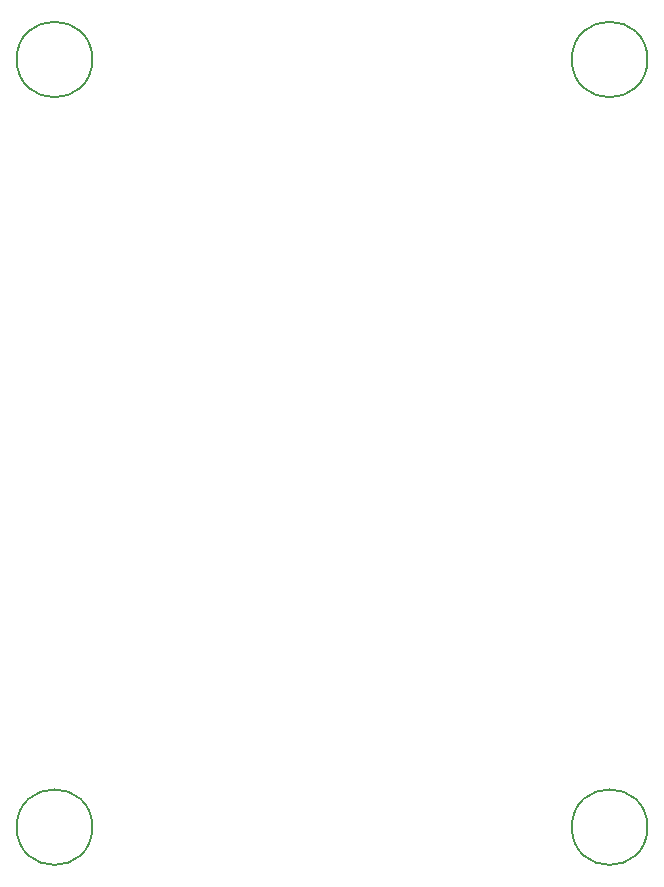
<source format=gbr>
%TF.GenerationSoftware,KiCad,Pcbnew,9.0.2-9.0.2-0~ubuntu24.04.1*%
%TF.CreationDate,2025-05-30T10:58:56-03:00*%
%TF.ProjectId,MSG25,4d534732-352e-46b6-9963-61645f706362,rev?*%
%TF.SameCoordinates,Original*%
%TF.FileFunction,Other,Comment*%
%FSLAX46Y46*%
G04 Gerber Fmt 4.6, Leading zero omitted, Abs format (unit mm)*
G04 Created by KiCad (PCBNEW 9.0.2-9.0.2-0~ubuntu24.04.1) date 2025-05-30 10:58:56*
%MOMM*%
%LPD*%
G01*
G04 APERTURE LIST*
%ADD10C,0.150000*%
G04 APERTURE END LIST*
D10*
%TO.C,H101*%
X118900000Y-92555000D02*
G75*
G02*
X112500000Y-92555000I-3200000J0D01*
G01*
X112500000Y-92555000D02*
G75*
G02*
X118900000Y-92555000I3200000J0D01*
G01*
%TO.C,H103*%
X118900000Y-157555000D02*
G75*
G02*
X112500000Y-157555000I-3200000J0D01*
G01*
X112500000Y-157555000D02*
G75*
G02*
X118900000Y-157555000I3200000J0D01*
G01*
%TO.C,H104*%
X165900000Y-157555000D02*
G75*
G02*
X159500000Y-157555000I-3200000J0D01*
G01*
X159500000Y-157555000D02*
G75*
G02*
X165900000Y-157555000I3200000J0D01*
G01*
%TO.C,H102*%
X165900000Y-92555000D02*
G75*
G02*
X159500000Y-92555000I-3200000J0D01*
G01*
X159500000Y-92555000D02*
G75*
G02*
X165900000Y-92555000I3200000J0D01*
G01*
%TD*%
M02*

</source>
